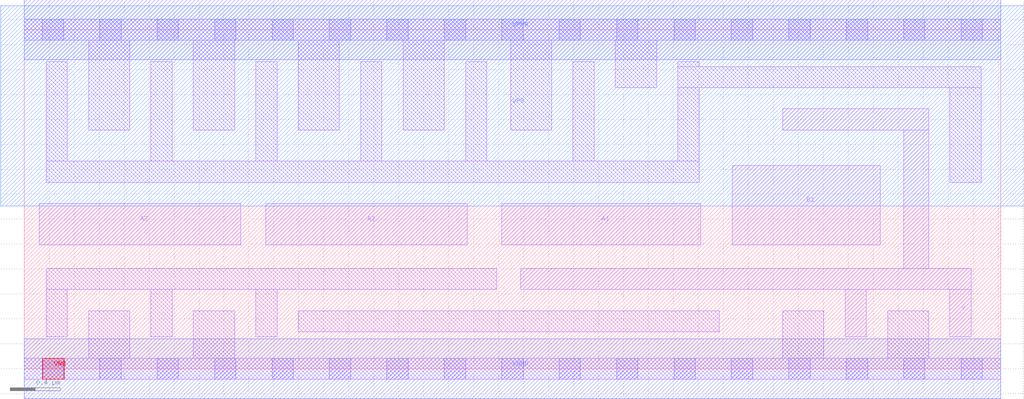
<source format=lef>
# Copyright 2020 The SkyWater PDK Authors
#
# Licensed under the Apache License, Version 2.0 (the "License");
# you may not use this file except in compliance with the License.
# You may obtain a copy of the License at
#
#     https://www.apache.org/licenses/LICENSE-2.0
#
# Unless required by applicable law or agreed to in writing, software
# distributed under the License is distributed on an "AS IS" BASIS,
# WITHOUT WARRANTIES OR CONDITIONS OF ANY KIND, either express or implied.
# See the License for the specific language governing permissions and
# limitations under the License.
#
# SPDX-License-Identifier: Apache-2.0

VERSION 5.7 ;
  NOWIREEXTENSIONATPIN ON ;
  DIVIDERCHAR "/" ;
  BUSBITCHARS "[]" ;
MACRO sky130_fd_sc_hd__a31oi_4
  CLASS CORE ;
  FOREIGN sky130_fd_sc_hd__a31oi_4 ;
  ORIGIN  0.000000  0.000000 ;
  SIZE  7.820000 BY  2.720000 ;
  SYMMETRY X Y R90 ;
  SITE unithd ;
  PIN A1
    ANTENNAGATEAREA  0.990000 ;
    DIRECTION INPUT ;
    USE SIGNAL ;
    PORT
      LAYER li1 ;
        RECT 3.825000 0.995000 5.420000 1.325000 ;
    END
  END A1
  PIN A2
    ANTENNAGATEAREA  0.990000 ;
    DIRECTION INPUT ;
    USE SIGNAL ;
    PORT
      LAYER li1 ;
        RECT 1.935000 0.995000 3.550000 1.325000 ;
    END
  END A2
  PIN A3
    ANTENNAGATEAREA  0.990000 ;
    DIRECTION INPUT ;
    USE SIGNAL ;
    PORT
      LAYER li1 ;
        RECT 0.120000 0.995000 1.735000 1.325000 ;
    END
  END A3
  PIN B1
    ANTENNAGATEAREA  0.990000 ;
    DIRECTION INPUT ;
    USE SIGNAL ;
    PORT
      LAYER li1 ;
        RECT 5.670000 0.995000 6.855000 1.630000 ;
    END
  END B1
  PIN VNB
    PORT
      LAYER pwell ;
        RECT 0.150000 -0.085000 0.320000 0.085000 ;
    END
  END VNB
  PIN VPB
    PORT
      LAYER nwell ;
        RECT -0.190000 1.305000 8.010000 2.910000 ;
    END
  END VPB
  PIN Y
    ANTENNADIFFAREA  1.443500 ;
    DIRECTION OUTPUT ;
    USE SIGNAL ;
    PORT
      LAYER li1 ;
        RECT 3.975000 0.635000 7.585000 0.805000 ;
        RECT 6.075000 1.915000 7.245000 2.085000 ;
        RECT 6.575000 0.255000 6.745000 0.635000 ;
        RECT 7.045000 0.805000 7.245000 1.915000 ;
        RECT 7.415000 0.255000 7.585000 0.635000 ;
    END
  END Y
  PIN VGND
    DIRECTION INOUT ;
    SHAPE ABUTMENT ;
    USE GROUND ;
    PORT
      LAYER met1 ;
        RECT 0.000000 -0.240000 7.820000 0.240000 ;
    END
  END VGND
  PIN VPWR
    DIRECTION INOUT ;
    SHAPE ABUTMENT ;
    USE POWER ;
    PORT
      LAYER met1 ;
        RECT 0.000000 2.480000 7.820000 2.960000 ;
    END
  END VPWR
  OBS
    LAYER li1 ;
      RECT 0.000000 -0.085000 7.820000 0.085000 ;
      RECT 0.000000  2.635000 7.820000 2.805000 ;
      RECT 0.175000  0.255000 0.345000 0.635000 ;
      RECT 0.175000  0.635000 3.785000 0.805000 ;
      RECT 0.175000  1.495000 5.405000 1.665000 ;
      RECT 0.175000  1.665000 0.345000 2.465000 ;
      RECT 0.515000  0.085000 0.845000 0.465000 ;
      RECT 0.515000  1.915000 0.845000 2.635000 ;
      RECT 1.015000  0.255000 1.185000 0.635000 ;
      RECT 1.015000  1.665000 1.185000 2.465000 ;
      RECT 1.355000  0.085000 1.685000 0.465000 ;
      RECT 1.355000  1.915000 1.685000 2.635000 ;
      RECT 1.855000  0.255000 2.025000 0.635000 ;
      RECT 1.855000  1.665000 2.025000 2.465000 ;
      RECT 2.195000  0.295000 5.565000 0.465000 ;
      RECT 2.195000  1.915000 2.525000 2.635000 ;
      RECT 2.695000  1.665000 2.865000 2.465000 ;
      RECT 3.035000  1.915000 3.365000 2.635000 ;
      RECT 3.535000  1.665000 3.705000 2.465000 ;
      RECT 3.895000  1.915000 4.225000 2.635000 ;
      RECT 4.395000  1.665000 4.565000 2.465000 ;
      RECT 4.735000  2.255000 5.065000 2.635000 ;
      RECT 5.235000  1.665000 5.405000 2.255000 ;
      RECT 5.235000  2.255000 7.665000 2.425000 ;
      RECT 5.235000  2.425000 5.405000 2.465000 ;
      RECT 6.075000  0.085000 6.405000 0.465000 ;
      RECT 6.915000  0.085000 7.245000 0.465000 ;
      RECT 7.415000  1.495000 7.665000 2.255000 ;
    LAYER mcon ;
      RECT 0.145000 -0.085000 0.315000 0.085000 ;
      RECT 0.145000  2.635000 0.315000 2.805000 ;
      RECT 0.605000 -0.085000 0.775000 0.085000 ;
      RECT 0.605000  2.635000 0.775000 2.805000 ;
      RECT 1.065000 -0.085000 1.235000 0.085000 ;
      RECT 1.065000  2.635000 1.235000 2.805000 ;
      RECT 1.525000 -0.085000 1.695000 0.085000 ;
      RECT 1.525000  2.635000 1.695000 2.805000 ;
      RECT 1.985000 -0.085000 2.155000 0.085000 ;
      RECT 1.985000  2.635000 2.155000 2.805000 ;
      RECT 2.445000 -0.085000 2.615000 0.085000 ;
      RECT 2.445000  2.635000 2.615000 2.805000 ;
      RECT 2.905000 -0.085000 3.075000 0.085000 ;
      RECT 2.905000  2.635000 3.075000 2.805000 ;
      RECT 3.365000 -0.085000 3.535000 0.085000 ;
      RECT 3.365000  2.635000 3.535000 2.805000 ;
      RECT 3.825000 -0.085000 3.995000 0.085000 ;
      RECT 3.825000  2.635000 3.995000 2.805000 ;
      RECT 4.285000 -0.085000 4.455000 0.085000 ;
      RECT 4.285000  2.635000 4.455000 2.805000 ;
      RECT 4.745000 -0.085000 4.915000 0.085000 ;
      RECT 4.745000  2.635000 4.915000 2.805000 ;
      RECT 5.205000 -0.085000 5.375000 0.085000 ;
      RECT 5.205000  2.635000 5.375000 2.805000 ;
      RECT 5.665000 -0.085000 5.835000 0.085000 ;
      RECT 5.665000  2.635000 5.835000 2.805000 ;
      RECT 6.125000 -0.085000 6.295000 0.085000 ;
      RECT 6.125000  2.635000 6.295000 2.805000 ;
      RECT 6.585000 -0.085000 6.755000 0.085000 ;
      RECT 6.585000  2.635000 6.755000 2.805000 ;
      RECT 7.045000 -0.085000 7.215000 0.085000 ;
      RECT 7.045000  2.635000 7.215000 2.805000 ;
      RECT 7.505000 -0.085000 7.675000 0.085000 ;
      RECT 7.505000  2.635000 7.675000 2.805000 ;
  END
END sky130_fd_sc_hd__a31oi_4
END LIBRARY

</source>
